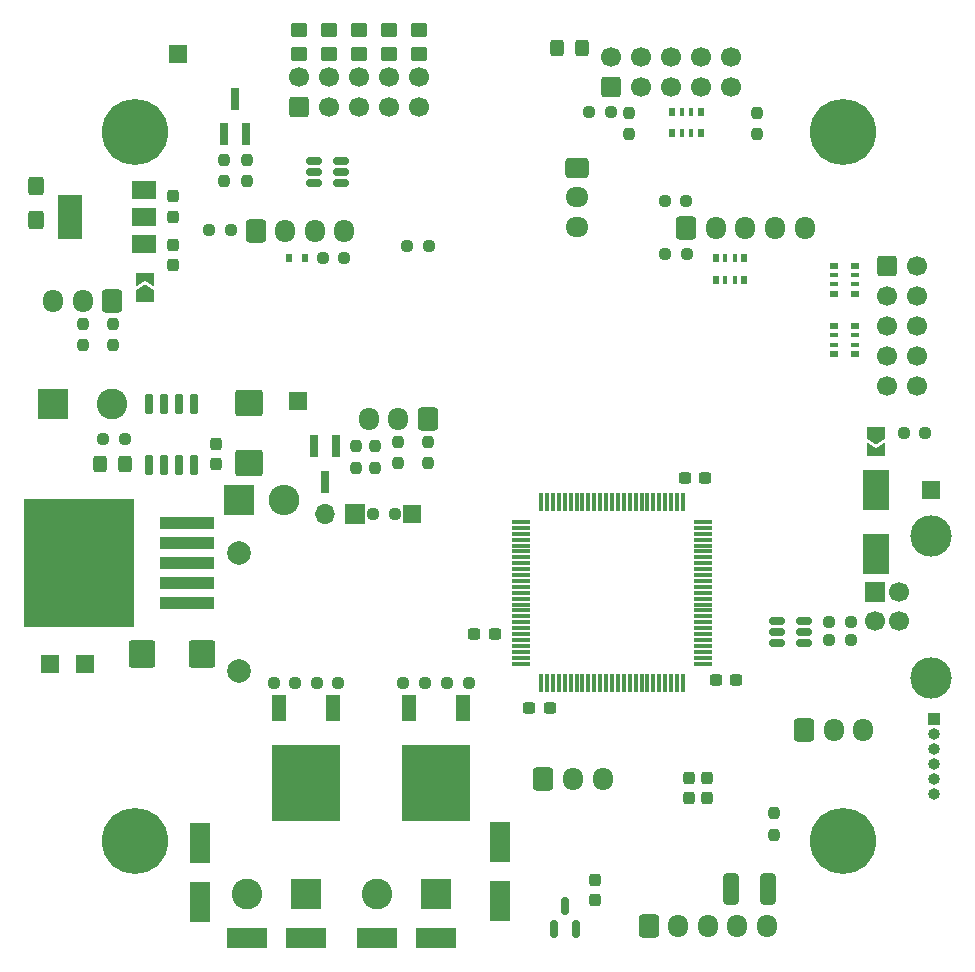
<source format=gbr>
%TF.GenerationSoftware,KiCad,Pcbnew,6.0.10*%
%TF.CreationDate,2023-01-12T12:24:56+03:00*%
%TF.ProjectId,nitrogen,6e697472-6f67-4656-9e2e-6b696361645f,rev?*%
%TF.SameCoordinates,Original*%
%TF.FileFunction,Soldermask,Bot*%
%TF.FilePolarity,Negative*%
%FSLAX46Y46*%
G04 Gerber Fmt 4.6, Leading zero omitted, Abs format (unit mm)*
G04 Created by KiCad (PCBNEW 6.0.10) date 2023-01-12 12:24:56*
%MOMM*%
%LPD*%
G01*
G04 APERTURE LIST*
G04 Aperture macros list*
%AMRoundRect*
0 Rectangle with rounded corners*
0 $1 Rounding radius*
0 $2 $3 $4 $5 $6 $7 $8 $9 X,Y pos of 4 corners*
0 Add a 4 corners polygon primitive as box body*
4,1,4,$2,$3,$4,$5,$6,$7,$8,$9,$2,$3,0*
0 Add four circle primitives for the rounded corners*
1,1,$1+$1,$2,$3*
1,1,$1+$1,$4,$5*
1,1,$1+$1,$6,$7*
1,1,$1+$1,$8,$9*
0 Add four rect primitives between the rounded corners*
20,1,$1+$1,$2,$3,$4,$5,0*
20,1,$1+$1,$4,$5,$6,$7,0*
20,1,$1+$1,$6,$7,$8,$9,0*
20,1,$1+$1,$8,$9,$2,$3,0*%
%AMFreePoly0*
4,1,6,1.000000,0.000000,0.500000,-0.750000,-0.500000,-0.750000,-0.500000,0.750000,0.500000,0.750000,1.000000,0.000000,1.000000,0.000000,$1*%
%AMFreePoly1*
4,1,6,0.500000,-0.750000,-0.650000,-0.750000,-0.150000,0.000000,-0.650000,0.750000,0.500000,0.750000,0.500000,-0.750000,0.500000,-0.750000,$1*%
G04 Aperture macros list end*
%ADD10C,5.600000*%
%ADD11RoundRect,0.250000X-0.600000X-0.725000X0.600000X-0.725000X0.600000X0.725000X-0.600000X0.725000X0*%
%ADD12O,1.700000X1.950000*%
%ADD13R,2.600000X2.600000*%
%ADD14C,2.600000*%
%ADD15R,1.500000X1.500000*%
%ADD16O,2.600000X2.600000*%
%ADD17RoundRect,0.250000X-0.600000X-0.600000X0.600000X-0.600000X0.600000X0.600000X-0.600000X0.600000X0*%
%ADD18C,1.700000*%
%ADD19RoundRect,0.250000X0.600000X-0.600000X0.600000X0.600000X-0.600000X0.600000X-0.600000X-0.600000X0*%
%ADD20RoundRect,0.250000X0.600000X0.725000X-0.600000X0.725000X-0.600000X-0.725000X0.600000X-0.725000X0*%
%ADD21R,1.700000X1.700000*%
%ADD22O,1.700000X1.700000*%
%ADD23RoundRect,0.250000X-0.725000X0.600000X-0.725000X-0.600000X0.725000X-0.600000X0.725000X0.600000X0*%
%ADD24O,1.950000X1.700000*%
%ADD25C,2.000000*%
%ADD26R,1.000000X1.000000*%
%ADD27O,1.000000X1.000000*%
%ADD28C,3.500000*%
%ADD29RoundRect,0.237500X0.250000X0.237500X-0.250000X0.237500X-0.250000X-0.237500X0.250000X-0.237500X0*%
%ADD30R,0.800000X1.900000*%
%ADD31RoundRect,0.237500X-0.250000X-0.237500X0.250000X-0.237500X0.250000X0.237500X-0.250000X0.237500X0*%
%ADD32RoundRect,0.237500X-0.237500X0.250000X-0.237500X-0.250000X0.237500X-0.250000X0.237500X0.250000X0*%
%ADD33RoundRect,0.237500X-0.237500X0.300000X-0.237500X-0.300000X0.237500X-0.300000X0.237500X0.300000X0*%
%ADD34RoundRect,0.237500X0.300000X0.237500X-0.300000X0.237500X-0.300000X-0.237500X0.300000X-0.237500X0*%
%ADD35RoundRect,0.075000X-0.725000X-0.075000X0.725000X-0.075000X0.725000X0.075000X-0.725000X0.075000X0*%
%ADD36RoundRect,0.075000X-0.075000X-0.725000X0.075000X-0.725000X0.075000X0.725000X-0.075000X0.725000X0*%
%ADD37RoundRect,0.250000X0.925000X-0.875000X0.925000X0.875000X-0.925000X0.875000X-0.925000X-0.875000X0*%
%ADD38RoundRect,0.237500X0.237500X-0.250000X0.237500X0.250000X-0.237500X0.250000X-0.237500X-0.250000X0*%
%ADD39R,1.800000X3.500000*%
%ADD40RoundRect,0.237500X0.237500X-0.300000X0.237500X0.300000X-0.237500X0.300000X-0.237500X-0.300000X0*%
%ADD41R,0.800000X0.500000*%
%ADD42R,0.800000X0.400000*%
%ADD43FreePoly0,90.000000*%
%ADD44FreePoly1,90.000000*%
%ADD45R,0.600000X0.700000*%
%ADD46R,2.000000X1.500000*%
%ADD47R,2.000000X3.800000*%
%ADD48RoundRect,0.250000X-0.450000X0.350000X-0.450000X-0.350000X0.450000X-0.350000X0.450000X0.350000X0*%
%ADD49R,3.500000X1.800000*%
%ADD50FreePoly0,270.000000*%
%ADD51FreePoly1,270.000000*%
%ADD52RoundRect,0.150000X0.150000X-0.587500X0.150000X0.587500X-0.150000X0.587500X-0.150000X-0.587500X0*%
%ADD53R,0.500000X0.800000*%
%ADD54R,0.400000X0.800000*%
%ADD55RoundRect,0.150000X0.150000X-0.725000X0.150000X0.725000X-0.150000X0.725000X-0.150000X-0.725000X0*%
%ADD56RoundRect,0.250000X0.875000X0.925000X-0.875000X0.925000X-0.875000X-0.925000X0.875000X-0.925000X0*%
%ADD57RoundRect,0.250000X0.400000X1.075000X-0.400000X1.075000X-0.400000X-1.075000X0.400000X-1.075000X0*%
%ADD58RoundRect,0.150000X0.512500X0.150000X-0.512500X0.150000X-0.512500X-0.150000X0.512500X-0.150000X0*%
%ADD59R,4.600000X1.100000*%
%ADD60R,9.400000X10.800000*%
%ADD61RoundRect,0.250000X-0.325000X-0.450000X0.325000X-0.450000X0.325000X0.450000X-0.325000X0.450000X0*%
%ADD62RoundRect,0.250000X0.325000X0.450000X-0.325000X0.450000X-0.325000X-0.450000X0.325000X-0.450000X0*%
%ADD63RoundRect,0.250000X0.425000X-0.537500X0.425000X0.537500X-0.425000X0.537500X-0.425000X-0.537500X0*%
%ADD64R,1.200000X2.200000*%
%ADD65R,5.800000X6.400000*%
%ADD66RoundRect,0.237500X-0.300000X-0.237500X0.300000X-0.237500X0.300000X0.237500X-0.300000X0.237500X0*%
%ADD67RoundRect,0.150000X-0.512500X-0.150000X0.512500X-0.150000X0.512500X0.150000X-0.512500X0.150000X0*%
%ADD68R,2.300000X3.500000*%
G04 APERTURE END LIST*
D10*
%TO.C,H1*%
X169000000Y-55000000D03*
%TD*%
D11*
%TO.C,J15*%
X165658800Y-105613200D03*
D12*
X168158800Y-105613200D03*
X170658800Y-105613200D03*
%TD*%
D13*
%TO.C,J3*%
X123500000Y-119500000D03*
D14*
X118500000Y-119500000D03*
%TD*%
D15*
%TO.C,TP2*%
X122800000Y-77800000D03*
%TD*%
D13*
%TO.C,D12*%
X117805000Y-86166000D03*
D16*
X121615000Y-86166000D03*
%TD*%
D11*
%TO.C,J9*%
X152500000Y-122200000D03*
D12*
X155000000Y-122200000D03*
X157500000Y-122200000D03*
X160000000Y-122200000D03*
X162500000Y-122200000D03*
%TD*%
D17*
%TO.C,J11*%
X172647500Y-66320000D03*
D18*
X175187500Y-66320000D03*
X172647500Y-68860000D03*
X175187500Y-68860000D03*
X172647500Y-71400000D03*
X175187500Y-71400000D03*
X172647500Y-73940000D03*
X175187500Y-73940000D03*
X172647500Y-76480000D03*
X175187500Y-76480000D03*
%TD*%
D15*
%TO.C,TP6*%
X112623600Y-48412400D03*
%TD*%
D11*
%TO.C,J6*%
X119233500Y-63359000D03*
D12*
X121733500Y-63359000D03*
X124233500Y-63359000D03*
X126733500Y-63359000D03*
%TD*%
D19*
%TO.C,J4*%
X122920000Y-52900000D03*
D18*
X122920000Y-50360000D03*
X125460000Y-52900000D03*
X125460000Y-50360000D03*
X128000000Y-52900000D03*
X128000000Y-50360000D03*
X130540000Y-52900000D03*
X130540000Y-50360000D03*
X133080000Y-52900000D03*
X133080000Y-50360000D03*
%TD*%
D20*
%TO.C,J5*%
X133800000Y-79300000D03*
D12*
X131300000Y-79300000D03*
X128800000Y-79300000D03*
%TD*%
D15*
%TO.C,TP1*%
X176416500Y-85306600D03*
%TD*%
D21*
%TO.C,J16*%
X127650000Y-87300000D03*
D22*
X125110000Y-87300000D03*
%TD*%
D13*
%TO.C,J13*%
X102031000Y-77982000D03*
D14*
X107031000Y-77982000D03*
%TD*%
D23*
%TO.C,J1*%
X146400000Y-58000000D03*
D24*
X146400000Y-60500000D03*
X146400000Y-63000000D03*
%TD*%
D13*
%TO.C,J2*%
X134500000Y-119500000D03*
D14*
X129500000Y-119500000D03*
%TD*%
D15*
%TO.C,TP4*%
X104800000Y-100000000D03*
%TD*%
D19*
%TO.C,J10*%
X149320000Y-51152500D03*
D18*
X149320000Y-48612500D03*
X151860000Y-51152500D03*
X151860000Y-48612500D03*
X154400000Y-51152500D03*
X154400000Y-48612500D03*
X156940000Y-51152500D03*
X156940000Y-48612500D03*
X159480000Y-51152500D03*
X159480000Y-48612500D03*
%TD*%
D10*
%TO.C,H3*%
X109000000Y-115000000D03*
%TD*%
%TO.C,H4*%
X169000000Y-115000000D03*
%TD*%
D15*
%TO.C,TP3*%
X101800000Y-100000000D03*
%TD*%
%TO.C,TP5*%
X132500000Y-87300000D03*
%TD*%
D11*
%TO.C,J18*%
X155700000Y-63100000D03*
D12*
X158200000Y-63100000D03*
X160700000Y-63100000D03*
X163200000Y-63100000D03*
X165700000Y-63100000D03*
%TD*%
D11*
%TO.C,J14*%
X143600000Y-109800000D03*
D12*
X146100000Y-109800000D03*
X148600000Y-109800000D03*
%TD*%
D25*
%TO.C,L1*%
X117785000Y-100611000D03*
X117785000Y-90611000D03*
%TD*%
D26*
%TO.C,J7*%
X176631600Y-104648000D03*
D27*
X176631600Y-105918000D03*
X176631600Y-107188000D03*
X176631600Y-108458000D03*
X176631600Y-109728000D03*
X176631600Y-110998000D03*
%TD*%
D21*
%TO.C,J8*%
X171690000Y-93930000D03*
D18*
X171690000Y-96430000D03*
X173690000Y-96430000D03*
X173690000Y-93930000D03*
D28*
X176400000Y-89160000D03*
X176400000Y-101200000D03*
%TD*%
D10*
%TO.C,H2*%
X109000000Y-55000000D03*
%TD*%
D20*
%TO.C,J12*%
X107100000Y-69300000D03*
D12*
X104600000Y-69300000D03*
X102100000Y-69300000D03*
%TD*%
D29*
%TO.C,R8*%
X133551300Y-101600000D03*
X131726300Y-101600000D03*
%TD*%
D30*
%TO.C,Q9*%
X118450000Y-55200000D03*
X116550000Y-55200000D03*
X117500000Y-52200000D03*
%TD*%
D31*
%TO.C,R54*%
X124919100Y-65684400D03*
X126744100Y-65684400D03*
%TD*%
D32*
%TO.C,R44*%
X163100000Y-112661900D03*
X163100000Y-114486900D03*
%TD*%
D33*
%TO.C,C4*%
X147980400Y-118315400D03*
X147980400Y-120040400D03*
%TD*%
D34*
%TO.C,C7*%
X157275700Y-84277200D03*
X155550700Y-84277200D03*
%TD*%
D29*
%TO.C,R2*%
X122578500Y-101600000D03*
X120753500Y-101600000D03*
%TD*%
D35*
%TO.C,U4*%
X141725000Y-100000000D03*
X141725000Y-99500000D03*
X141725000Y-99000000D03*
X141725000Y-98500000D03*
X141725000Y-98000000D03*
X141725000Y-97500000D03*
X141725000Y-97000000D03*
X141725000Y-96500000D03*
X141725000Y-96000000D03*
X141725000Y-95500000D03*
X141725000Y-95000000D03*
X141725000Y-94500000D03*
X141725000Y-94000000D03*
X141725000Y-93500000D03*
X141725000Y-93000000D03*
X141725000Y-92500000D03*
X141725000Y-92000000D03*
X141725000Y-91500000D03*
X141725000Y-91000000D03*
X141725000Y-90500000D03*
X141725000Y-90000000D03*
X141725000Y-89500000D03*
X141725000Y-89000000D03*
X141725000Y-88500000D03*
X141725000Y-88000000D03*
D36*
X143400000Y-86325000D03*
X143900000Y-86325000D03*
X144400000Y-86325000D03*
X144900000Y-86325000D03*
X145400000Y-86325000D03*
X145900000Y-86325000D03*
X146400000Y-86325000D03*
X146900000Y-86325000D03*
X147400000Y-86325000D03*
X147900000Y-86325000D03*
X148400000Y-86325000D03*
X148900000Y-86325000D03*
X149400000Y-86325000D03*
X149900000Y-86325000D03*
X150400000Y-86325000D03*
X150900000Y-86325000D03*
X151400000Y-86325000D03*
X151900000Y-86325000D03*
X152400000Y-86325000D03*
X152900000Y-86325000D03*
X153400000Y-86325000D03*
X153900000Y-86325000D03*
X154400000Y-86325000D03*
X154900000Y-86325000D03*
X155400000Y-86325000D03*
D35*
X157075000Y-88000000D03*
X157075000Y-88500000D03*
X157075000Y-89000000D03*
X157075000Y-89500000D03*
X157075000Y-90000000D03*
X157075000Y-90500000D03*
X157075000Y-91000000D03*
X157075000Y-91500000D03*
X157075000Y-92000000D03*
X157075000Y-92500000D03*
X157075000Y-93000000D03*
X157075000Y-93500000D03*
X157075000Y-94000000D03*
X157075000Y-94500000D03*
X157075000Y-95000000D03*
X157075000Y-95500000D03*
X157075000Y-96000000D03*
X157075000Y-96500000D03*
X157075000Y-97000000D03*
X157075000Y-97500000D03*
X157075000Y-98000000D03*
X157075000Y-98500000D03*
X157075000Y-99000000D03*
X157075000Y-99500000D03*
X157075000Y-100000000D03*
D36*
X155400000Y-101675000D03*
X154900000Y-101675000D03*
X154400000Y-101675000D03*
X153900000Y-101675000D03*
X153400000Y-101675000D03*
X152900000Y-101675000D03*
X152400000Y-101675000D03*
X151900000Y-101675000D03*
X151400000Y-101675000D03*
X150900000Y-101675000D03*
X150400000Y-101675000D03*
X149900000Y-101675000D03*
X149400000Y-101675000D03*
X148900000Y-101675000D03*
X148400000Y-101675000D03*
X147900000Y-101675000D03*
X147400000Y-101675000D03*
X146900000Y-101675000D03*
X146400000Y-101675000D03*
X145900000Y-101675000D03*
X145400000Y-101675000D03*
X144900000Y-101675000D03*
X144400000Y-101675000D03*
X143900000Y-101675000D03*
X143400000Y-101675000D03*
%TD*%
D37*
%TO.C,C15*%
X118674000Y-83001000D03*
X118674000Y-77901000D03*
%TD*%
D38*
%TO.C,R22*%
X161645600Y-55166900D03*
X161645600Y-53341900D03*
%TD*%
D31*
%TO.C,R17*%
X115317900Y-63296800D03*
X117142900Y-63296800D03*
%TD*%
D39*
%TO.C,D2*%
X114500000Y-120200000D03*
X114500000Y-115200000D03*
%TD*%
D40*
%TO.C,C22*%
X112250000Y-62162500D03*
X112250000Y-60437500D03*
%TD*%
D29*
%TO.C,R38*%
X108156500Y-80959000D03*
X106331500Y-80959000D03*
%TD*%
D38*
%TO.C,R47*%
X104597200Y-73048500D03*
X104597200Y-71223500D03*
%TD*%
D29*
%TO.C,R26*%
X149312500Y-53300000D03*
X147487500Y-53300000D03*
%TD*%
D41*
%TO.C,RN3*%
X170000000Y-71400000D03*
D42*
X170000000Y-72200000D03*
X170000000Y-73000000D03*
D41*
X170000000Y-73800000D03*
X168200000Y-73800000D03*
D42*
X168200000Y-73000000D03*
X168200000Y-72200000D03*
D41*
X168200000Y-71400000D03*
%TD*%
D43*
%TO.C,JP5*%
X109829600Y-68847800D03*
D44*
X109829600Y-67397800D03*
%TD*%
D45*
%TO.C,D8*%
X123432800Y-65659000D03*
X122032800Y-65659000D03*
%TD*%
D31*
%TO.C,R3*%
X124411100Y-101600000D03*
X126236100Y-101600000D03*
%TD*%
%TO.C,R46*%
X153887500Y-65300000D03*
X155712500Y-65300000D03*
%TD*%
D46*
%TO.C,U8*%
X109800000Y-59900000D03*
X109800000Y-62200000D03*
D47*
X103500000Y-62200000D03*
D46*
X109800000Y-64500000D03*
%TD*%
D30*
%TO.C,Q6*%
X124150000Y-81600000D03*
X126050000Y-81600000D03*
X125100000Y-84600000D03*
%TD*%
D29*
%TO.C,R18*%
X169634700Y-96457200D03*
X167809700Y-96457200D03*
%TD*%
D48*
%TO.C,R35*%
X130556000Y-46371000D03*
X130556000Y-48371000D03*
%TD*%
%TO.C,R33*%
X128016000Y-46371000D03*
X128016000Y-48371000D03*
%TD*%
D49*
%TO.C,D1*%
X118500000Y-123250000D03*
X123500000Y-123250000D03*
%TD*%
D41*
%TO.C,RN5*%
X168200000Y-68700000D03*
D42*
X168200000Y-67900000D03*
X168200000Y-67100000D03*
D41*
X168200000Y-66300000D03*
X170000000Y-66300000D03*
D42*
X170000000Y-67100000D03*
X170000000Y-67900000D03*
D41*
X170000000Y-68700000D03*
%TD*%
D50*
%TO.C,JP2*%
X171717500Y-80492200D03*
D51*
X171717500Y-81942200D03*
%TD*%
D52*
%TO.C,D7*%
X146350000Y-122437500D03*
X144450000Y-122437500D03*
X145400000Y-120562500D03*
%TD*%
D31*
%TO.C,R9*%
X135434700Y-101600000D03*
X137259700Y-101600000D03*
%TD*%
D53*
%TO.C,RN1*%
X160600000Y-67500000D03*
D54*
X159800000Y-67500000D03*
X159000000Y-67500000D03*
D53*
X158200000Y-67500000D03*
X158200000Y-65700000D03*
D54*
X159000000Y-65700000D03*
X159800000Y-65700000D03*
D53*
X160600000Y-65700000D03*
%TD*%
D32*
%TO.C,R39*%
X116535200Y-57355100D03*
X116535200Y-59180100D03*
%TD*%
D34*
%TO.C,C10*%
X139462500Y-97500000D03*
X137737500Y-97500000D03*
%TD*%
D55*
%TO.C,Q8*%
X113975000Y-83153000D03*
X112705000Y-83153000D03*
X111435000Y-83153000D03*
X110165000Y-83153000D03*
X110165000Y-78003000D03*
X111435000Y-78003000D03*
X112705000Y-78003000D03*
X113975000Y-78003000D03*
%TD*%
D56*
%TO.C,C18*%
X114700000Y-99150000D03*
X109600000Y-99150000D03*
%TD*%
D29*
%TO.C,R27*%
X155700100Y-60858400D03*
X153875100Y-60858400D03*
%TD*%
D57*
%TO.C,R19*%
X162600000Y-119100000D03*
X159500000Y-119100000D03*
%TD*%
D38*
%TO.C,R43*%
X131318000Y-83054200D03*
X131318000Y-81229200D03*
%TD*%
D40*
%TO.C,C13*%
X155905200Y-111403300D03*
X155905200Y-109678300D03*
%TD*%
D58*
%TO.C,U2*%
X165621500Y-96370800D03*
X165621500Y-97320800D03*
X165621500Y-98270800D03*
X163346500Y-98270800D03*
X163346500Y-97320800D03*
X163346500Y-96370800D03*
%TD*%
D59*
%TO.C,U6*%
X113400000Y-88100000D03*
X113400000Y-89800000D03*
D60*
X104250000Y-91500000D03*
D59*
X113400000Y-91500000D03*
X113400000Y-93200000D03*
X113400000Y-94900000D03*
%TD*%
D49*
%TO.C,D3*%
X134500000Y-123200000D03*
X129500000Y-123200000D03*
%TD*%
D38*
%TO.C,R21*%
X150876000Y-55166900D03*
X150876000Y-53341900D03*
%TD*%
D32*
%TO.C,R10*%
X129300000Y-81587500D03*
X129300000Y-83412500D03*
%TD*%
D38*
%TO.C,R42*%
X133807200Y-83056100D03*
X133807200Y-81231100D03*
%TD*%
D33*
%TO.C,C20*%
X112250000Y-64537500D03*
X112250000Y-66262500D03*
%TD*%
D61*
%TO.C,D11*%
X106092000Y-83118000D03*
X108142000Y-83118000D03*
%TD*%
D62*
%TO.C,L2*%
X146825000Y-47900000D03*
X144775000Y-47900000D03*
%TD*%
D29*
%TO.C,R15*%
X169634700Y-98032000D03*
X167809700Y-98032000D03*
%TD*%
D63*
%TO.C,C21*%
X100650000Y-62475000D03*
X100650000Y-59600000D03*
%TD*%
D64*
%TO.C,Q4*%
X132220000Y-103800000D03*
D65*
X134500000Y-110100000D03*
D64*
X136780000Y-103800000D03*
%TD*%
D38*
%TO.C,R45*%
X107137200Y-73048500D03*
X107137200Y-71223500D03*
%TD*%
D64*
%TO.C,Q1*%
X121220000Y-103800000D03*
D65*
X123500000Y-110100000D03*
D64*
X125780000Y-103800000D03*
%TD*%
D31*
%TO.C,R20*%
X174087500Y-80500000D03*
X175912500Y-80500000D03*
%TD*%
D39*
%TO.C,D4*%
X139900000Y-120100000D03*
X139900000Y-115100000D03*
%TD*%
D66*
%TO.C,C11*%
X142393500Y-103759000D03*
X144118500Y-103759000D03*
%TD*%
%TO.C,C5*%
X158192300Y-101371400D03*
X159917300Y-101371400D03*
%TD*%
D29*
%TO.C,R40*%
X131012500Y-87300000D03*
X129187500Y-87300000D03*
%TD*%
D32*
%TO.C,R1*%
X118465600Y-57355100D03*
X118465600Y-59180100D03*
%TD*%
D67*
%TO.C,D9*%
X124162500Y-59350000D03*
X124162500Y-58400000D03*
X124162500Y-57450000D03*
X126437500Y-57450000D03*
X126437500Y-58400000D03*
X126437500Y-59350000D03*
%TD*%
D38*
%TO.C,R12*%
X127700000Y-83412500D03*
X127700000Y-81587500D03*
%TD*%
D53*
%TO.C,RN4*%
X156900000Y-55100000D03*
D54*
X156100000Y-55100000D03*
X155300000Y-55100000D03*
D53*
X154500000Y-55100000D03*
X154500000Y-53300000D03*
D54*
X155300000Y-53300000D03*
X156100000Y-53300000D03*
D53*
X156900000Y-53300000D03*
%TD*%
D29*
%TO.C,R16*%
X133908800Y-64668400D03*
X132083800Y-64668400D03*
%TD*%
D48*
%TO.C,R37*%
X133096000Y-46371000D03*
X133096000Y-48371000D03*
%TD*%
D40*
%TO.C,C14*%
X115880000Y-83091500D03*
X115880000Y-81366500D03*
%TD*%
D68*
%TO.C,D5*%
X171717500Y-85299000D03*
X171717500Y-90699000D03*
%TD*%
D48*
%TO.C,R29*%
X122936000Y-46371000D03*
X122936000Y-48371000D03*
%TD*%
D40*
%TO.C,C12*%
X157480000Y-111403300D03*
X157480000Y-109678300D03*
%TD*%
D48*
%TO.C,R31*%
X125476000Y-46371000D03*
X125476000Y-48371000D03*
%TD*%
M02*

</source>
